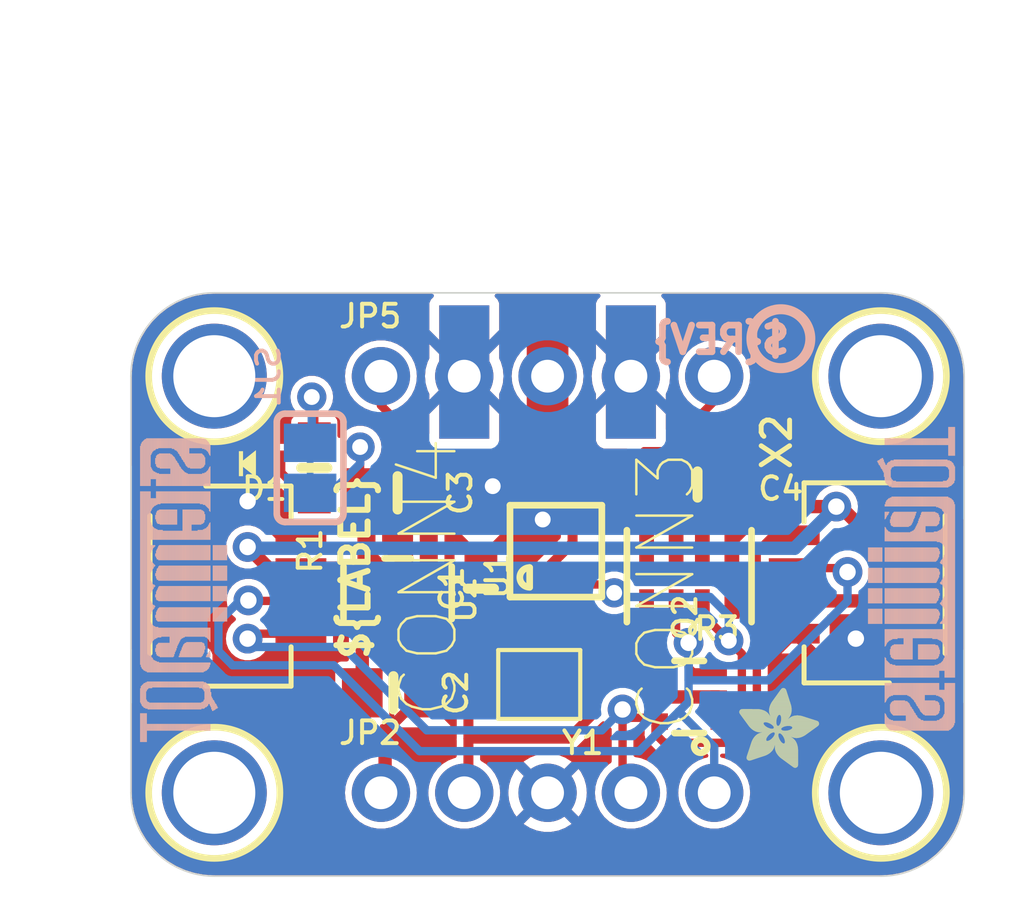
<source format=kicad_pcb>
(kicad_pcb (version 20221018) (generator pcbnew)
  (layers (0 "F.Cu" signal) (31 "B.Cu" signal) (34 "B.Paste" user) (35 "F.Paste" user) (36 "B.SilkS" user "B.Silkscreen") (37 "F.SilkS" user "F.Silkscreen") (38 "B.Mask" user) (39 "F.Mask" user) (44 "Edge.Cuts" user))
  (net 0 "")
  (net 1 "GND")
  (net 2 "SDA")
  (net 3 "SCL")
  (net 4 "SCL_3V")
  (net 5 "SDA_3V")
  (net 6 "3.3V")
  (net 7 "VCC")
  (net 8 "N$1")
  (net 9 "N$2")
  (net 10 "N$3")
  (net 11 "N$4")
  (net 12 "CLK2")
  (net 13 "CLK1")
  (net 14 "CLK0")
  (footprint "working:0603-NO" (layer "F.Cu") (at 153.0731 101.9556)
    (fp_text reference "C4" (at 1.778 0.127) (layer "F.SilkS") (effects (font (size 0.692831 0.692831) (thickness 0.119969)) (justify left)))
    (fp_text value "0.47uF")
    (pad "1" smd rect (at -0.85 0) (size 1.075 1) (layers "F.Cu" "F.Paste" "F.Mask") (net 6 "3.3V"))
    (pad "2" smd rect (at 0.85 0) (size 1.075 1) (layers "F.Cu" "F.Paste" "F.Mask") (net 1 "GND"))
  )
  (footprint "working:JST_SH4" (layer "F.Cu") (at 158.0261 105.0036 90)
    (fp_text reference "CONN3" (at -4.6 -5.9 90) (layer "F.SilkS") (effects (font (size 1.703222 1.703222) (thickness 0.074778)) (justify left)))
    (fp_text value "STEMMA_I2C_QT" hide)
    (pad "1" smd rect (at -1.5 -2.006 180) (size 1.55 0.6) (layers "F.Cu" "F.Paste" "F.Mask") (net 1 "GND"))
    (pad "2" smd rect (at -0.5 -2.006 180) (size 1.55 0.6) (layers "F.Cu" "F.Paste" "F.Mask") (net 7 "VCC"))
    (pad "3" smd rect (at 0.5 -2.006 180) (size 1.55 0.6) (layers "F.Cu" "F.Paste" "F.Mask") (net 2 "SDA"))
    (pad "4" smd rect (at 1.5 -2.006 180) (size 1.55 0.6) (layers "F.Cu" "F.Paste" "F.Mask") (net 3 "SCL"))
    (pad "MT1" smd rect (at -2.8 1.894 180) (size 1.8 1.2) (layers "F.Cu" "F.Paste" "F.Mask") (net 1 "GND"))
    (pad "MT2" smd rect (at 2.8 1.894 180) (size 1.8 1.2) (layers "F.Cu" "F.Paste" "F.Mask") (net 1 "GND"))
  )
  (footprint "working:1X05_ROUND_70" (layer "F.Cu") (at 148.5011 111.3536)
    (fp_text reference "JP2" (at -6.4262 -1.8288) (layer "F.SilkS") (effects (font (size 0.692831 0.692831) (thickness 0.119969)) (justify left)))
    (fp_text value "")
    (pad "1" thru_hole circle (at -5.08 0 90) (size 1.778 1.778) (drill 1) (layers "*.Cu" "*.Mask") (net 7 "VCC"))
    (pad "2" thru_hole circle (at -2.54 0 90) (size 1.778 1.778) (drill 1) (layers "*.Cu" "*.Mask") (net 6 "3.3V"))
    (pad "3" thru_hole circle (at 0 0 90) (size 1.778 1.778) (drill 1) (layers "*.Cu" "*.Mask") (net 1 "GND"))
    (pad "4" thru_hole circle (at 2.54 0 90) (size 1.778 1.778) (drill 1) (layers "*.Cu" "*.Mask") (net 3 "SCL"))
    (pad "5" thru_hole circle (at 5.08 0 90) (size 1.778 1.778) (drill 1) (layers "*.Cu" "*.Mask") (net 2 "SDA"))
  )
  (footprint "working:PLABEL6" (layer "F.Cu") (at 143.2941 100.3046)
    (fp_text reference "PLABEL6" hide)
    (fp_text value "" hide)
  )
  (footprint "working:0805-NO" (layer "F.Cu") (at 143.9291 102.2096)
    (fp_text reference "C3" (at 1.905 -0.762 90) (layer "F.SilkS") (effects (font (size 0.692831 0.692831) (thickness 0.119969)) (justify right)))
    (fp_text value "10uF")
    (pad "1" smd rect (at -0.95 0) (size 1.24 1.5) (layers "F.Cu" "F.Paste" "F.Mask") (net 6 "3.3V"))
    (pad "2" smd rect (at 0.95 0) (size 1.24 1.5) (layers "F.Cu" "F.Paste" "F.Mask") (net 1 "GND"))
  )
  (footprint "working:PLABEL2" (layer "F.Cu") (at 148.5011 113.0046)
    (fp_text reference "PLABEL2" hide)
    (fp_text value "" hide)
  )
  (footprint "working:FIDUCIAL_1MM" (layer "F.Cu") (at 155.8671 97.1296)
    (fp_text reference "FID4" hide)
    (fp_text value "FIDUCIAL_1MM" hide)
    (pad "1" smd roundrect (at 0 0) (size 1 1) (layers "F.Cu" "F.Mask") (roundrect_rratio 0.5))
  )
  (footprint "working:FIDUCIAL_1MM" (layer "F.Cu") (at 140.7541 108.6866)
    (fp_text reference "FID3" hide)
    (fp_text value "FIDUCIAL_1MM" hide)
    (pad "1" smd roundrect (at 0 0) (size 1 1) (layers "F.Cu" "F.Mask") (roundrect_rratio 0.5))
  )
  (footprint "working:PLABEL3" (layer "F.Cu") (at 150.6601 109.7026)
    (fp_text reference "PLABEL3" hide)
    (fp_text value "" hide)
  )
  (footprint "working:1X05_ROUND_70" (layer "F.Cu") (at 148.5011 98.6536)
    (fp_text reference "JP5" (at -6.4262 -1.8288) (layer "F.SilkS") (effects (font (size 0.692831 0.692831) (thickness 0.119969)) (justify left)))
    (fp_text value "")
    (pad "1" thru_hole circle (at -5.08 0 90) (size 1.778 1.778) (drill 1) (layers "*.Cu" "*.Mask") (net 14 "CLK0"))
    (pad "2" thru_hole circle (at -2.54 0 90) (size 1.778 1.778) (drill 1) (layers "*.Cu" "*.Mask") (net 1 "GND"))
    (pad "3" thru_hole circle (at 0 0 90) (size 1.778 1.778) (drill 1) (layers "*.Cu" "*.Mask") (net 13 "CLK1"))
    (pad "4" thru_hole circle (at 2.54 0 90) (size 1.778 1.778) (drill 1) (layers "*.Cu" "*.Mask") (net 1 "GND"))
    (pad "5" thru_hole circle (at 5.08 0 90) (size 1.778 1.778) (drill 1) (layers "*.Cu" "*.Mask") (net 12 "CLK2"))
  )
  (footprint "working:RESPACK_4X0603" (layer "F.Cu") (at 152.8191 104.7496 180)
    (fp_text reference "R3" (at -1.6 -1.6) (layer "F.SilkS") (effects (font (size 0.692831 0.692831) (thickness 0.119969)) (justify right)))
    (fp_text value "10K pack")
    (pad "1" smd rect (at -1.3 0.85 180) (size 0.45 0.9) (layers "F.Cu" "F.Paste" "F.Mask") (net 7 "VCC"))
    (pad "2" smd rect (at -0.4 0.85 180) (size 0.45 0.9) (layers "F.Cu" "F.Paste" "F.Mask") (net 6 "3.3V"))
    (pad "3" smd rect (at 0.4 0.85 180) (size 0.45 0.9) (layers "F.Cu" "F.Paste" "F.Mask") (net 7 "VCC"))
    (pad "4" smd rect (at 1.3 0.85 180) (size 0.45 0.9) (layers "F.Cu" "F.Paste" "F.Mask") (net 6 "3.3V"))
    (pad "5" smd rect (at 1.3 -0.85 180) (size 0.45 0.9) (layers "F.Cu" "F.Paste" "F.Mask") (net 5 "SDA_3V"))
    (pad "6" smd rect (at 0.4 -0.85 180) (size 0.45 0.9) (layers "F.Cu" "F.Paste" "F.Mask") (net 2 "SDA"))
    (pad "7" smd rect (at -0.4 -0.85 180) (size 0.45 0.9) (layers "F.Cu" "F.Paste" "F.Mask") (net 4 "SCL_3V"))
    (pad "8" smd rect (at -1.3 -0.85 180) (size 0.45 0.9) (layers "F.Cu" "F.Paste" "F.Mask") (net 3 "SCL"))
  )
  (footprint "working:SMA_EDGELAUNCH" (layer "F.Cu") (at 148.5011 96.4946 -90)
    (fp_text reference "X2" (at 5.08 -6.985 90) (layer "F.SilkS") (effects (font (size 0.866038 0.866038) (thickness 0.149962)) (justify left)))
    (fp_text value "SMA")
    (fp_text user "${LABEL}" (at 5.08 6.35 -90) (layer "F.SilkS") (effects (font (size 0.83312 0.83312) (thickness 0.18288)) (justify right top)))
    (pad "GND@1" smd rect (at 2.032 2.54) (size 1.524 4.064) (layers "F.Cu" "F.Mask") (net 1 "GND"))
    (pad "GND@2" smd rect (at 2.032 -2.54) (size 1.524 4.064) (layers "F.Cu" "F.Mask") (net 1 "GND"))
    (pad "GND@3" smd rect (at 2.032 -2.54) (size 1.524 4.064) (layers "B.Cu" "B.Mask") (net 1 "GND"))
    (pad "GND@4" smd rect (at 2.032 2.54) (size 1.524 4.064) (layers "B.Cu" "B.Mask") (net 1 "GND"))
    (pad "P" smd rect (at 2.032 0) (size 1.27 4.064) (layers "F.Cu" "F.Mask") (net 13 "CLK1"))
  )
  (footprint "working:PLABEL9" (layer "F.Cu") (at 150.7871 101.3206)
    (fp_text reference "PLABEL9" hide)
    (fp_text value "" hide)
  )
  (footprint "working:MOUNTINGHOLE_2.5_PLATED" (layer "F.Cu") (at 138.3411 111.3536)
    (fp_text reference "U$19" hide)
    (fp_text value "MOUNTINGHOLE2.5" hide)
    (pad "P$1" thru_hole circle (at 0 0) (size 3.2 3.2) (drill 2.5) (layers "*.Cu" "*.Mask"))
    (zone (net 0) (net_name "") (layer "F.Cu") (connect_pads (clearance 0)) (min_thickness 0.25)
      (keepout (tracks not_allowed) (vias not_allowed) (pads not_allowed) (copperpour not_allowed) (footprints allowed))
      (fill (thermal_gap 0.5) (thermal_bridge_width 0.5))
      (polygon (pts (xy 140.3571 111.3536) (xy 140.33748 111.073027) (xy 140.279004 110.797915) (xy 140.182808 110.533619) (xy 140.050765 110.285283) (xy 139.885446 110.05774) (xy 139.690067 109.85542) (xy 139.468433 109.68226) (xy 139.224856 109.541631) (xy 138.964078 109.43627) (xy 138.691175 109.368228) (xy 138.411457 109.338828) (xy 138.130371 109.348644) (xy 137.853385 109.397484) (xy 137.585893 109.484397) (xy 137.3331 109.607693) (xy 137.099926 109.76497) (xy 136.890911 109.953169) (xy 136.710122 110.168625) (xy 136.561078 110.407145) (xy 136.44668 110.664087) (xy 136.369154 110.93445) (xy 136.330011 111.212971) (xy 136.330011 111.494229) (xy 136.369154 111.77275) (xy 136.44668 112.043113) (xy 136.561078 112.300055) (xy 136.710122 112.538575) (xy 136.890911 112.754031) (xy 137.099926 112.94223) (xy 137.3331 113.099507) (xy 137.585893 113.222803) (xy 137.853385 113.309716) (xy 138.130371 113.358556) (xy 138.411457 113.368372) (xy 138.691175 113.338972) (xy 138.964078 113.27093) (xy 139.224856 113.165569) (xy 139.468433 113.02494) (xy 139.690067 112.85178) (xy 139.885446 112.64946) (xy 140.050765 112.421917) (xy 140.182808 112.173581) (xy 140.279004 111.909285) (xy 140.33748 111.634173)))
      (polygon (pts (xy 138.3251 111.3536) (xy 138.329786 111.364914) (xy 138.3411 111.3696) (xy 138.352414 111.364914) (xy 138.3571 111.3536) (xy 138.352414 111.342286) (xy 138.3411 111.3376) (xy 138.329786 111.342286)))
    )
    (zone (net 0) (net_name "") (layer "B.Cu") (connect_pads (clearance 0)) (min_thickness 0.25)
      (keepout (tracks not_allowed) (vias not_allowed) (pads not_allowed) (copperpour not_allowed) (footprints allowed))
      (fill (thermal_gap 0.5) (thermal_bridge_width 0.5))
      (polygon (pts (xy 140.3571 111.3536) (xy 140.33748 111.073027) (xy 140.279004 110.797915) (xy 140.182808 110.533619) (xy 140.050765 110.285283) (xy 139.885446 110.05774) (xy 139.690067 109.85542) (xy 139.468433 109.68226) (xy 139.224856 109.541631) (xy 138.964078 109.43627) (xy 138.691175 109.368228) (xy 138.411457 109.338828) (xy 138.130371 109.348644) (xy 137.853385 109.397484) (xy 137.585893 109.484397) (xy 137.3331 109.607693) (xy 137.099926 109.76497) (xy 136.890911 109.953169) (xy 136.710122 110.168625) (xy 136.561078 110.407145) (xy 136.44668 110.664087) (xy 136.369154 110.93445) (xy 136.330011 111.212971) (xy 136.330011 111.494229) (xy 136.369154 111.77275) (xy 136.44668 112.043113) (xy 136.561078 112.300055) (xy 136.710122 112.538575) (xy 136.890911 112.754031) (xy 137.099926 112.94223) (xy 137.3331 113.099507) (xy 137.585893 113.222803) (xy 137.853385 113.309716) (xy 138.130371 113.358556) (xy 138.411457 113.368372) (xy 138.691175 113.338972) (xy 138.964078 113.27093) (xy 139.224856 113.165569) (xy 139.468433 113.02494) (xy 139.690067 112.85178) (xy 139.885446 112.64946) (xy 140.050765 112.421917) (xy 140.182808 112.173581) (xy 140.279004 111.909285) (xy 140.33748 111.634173)))
      (polygon (pts (xy 138.3251 111.3536) (xy 138.329786 111.364914) (xy 138.3411 111.3696) (xy 138.352414 111.364914) (xy 138.3571 111.3536) (xy 138.352414 111.342286) (xy 138.3411 111.3376) (xy 138.329786 111.342286)))
    )
  )
  (footprint "working:SOT363" (layer "F.Cu") (at 152.8191 108.4326 90)
    (fp_text reference "Q2" (at 1.651 -0.127 90) (layer "F.SilkS") (effects (font (size 0.692831 0.692831) (thickness 0.119969)) (justify left)))
    (fp_text value "BSS138")
    (pad "1" smd rect (at -0.75 0.9 90) (size 0.5 0.5) (layers "F.Cu" "F.Paste" "F.Mask") (net 4 "SCL_3V"))
    (pad "2" smd rect (at 0 0.9 90) (size 0.4 0.5) (layers "F.Cu" "F.Paste" "F.Mask") (net 6 "3.3V"))
    (pad "3" smd rect (at 0.75 0.9 90) (size 0.5 0.5) (layers "F.Cu" "F.Paste" "F.Mask") (net 2 "SDA"))
    (pad "4" smd rect (at 0.75 -0.9 90) (size 0.5 0.5) (layers "F.Cu" "F.Paste" "F.Mask") (net 5 "SDA_3V"))
    (pad "5" smd rect (at 0 -0.9 90) (size 0.4 0.5) (layers "F.Cu" "F.Paste" "F.Mask") (net 6 "3.3V"))
    (pad "6" smd rect (at -0.75 -0.9 90) (size 0.5 0.5) (layers "F.Cu" "F.Paste" "F.Mask") (net 3 "SCL"))
  )
  (footprint "working:PLABEL7" (layer "F.Cu") (at 153.4541 100.4316)
    (fp_text reference "PLABEL7" hide)
    (fp_text value "" hide)
  )
  (footprint "working:0805-NO" (layer "F.Cu") (at 143.8021 108.3056)
    (fp_text reference "C2" (at 1.905 -0.762 90) (layer "F.SilkS") (effects (font (size 0.692831 0.692831) (thickness 0.119969)) (justify right)))
    (fp_text value "10uF")
    (pad "1" smd rect (at -0.95 0) (size 1.24 1.5) (layers "F.Cu" "F.Paste" "F.Mask") (net 7 "VCC"))
    (pad "2" smd rect (at 0.95 0) (size 1.24 1.5) (layers "F.Cu" "F.Paste" "F.Mask") (net 1 "GND"))
  )
  (footprint "working:0603-NO" (layer "F.Cu") (at 141.3891 101.4476 -90)
    (fp_text reference "R1" (at 1.778 0.127 90) (layer "F.SilkS") (effects (font (size 0.692831 0.692831) (thickness 0.119969)) (justify right)))
    (fp_text value "10K")
    (pad "1" smd rect (at -0.85 0 270) (size 1.075 1) (layers "F.Cu" "F.Paste" "F.Mask") (net 9 "N$2"))
    (pad "2" smd rect (at 0.85 0 270) (size 1.075 1) (layers "F.Cu" "F.Paste" "F.Mask") (net 8 "N$1"))
  )
  (footprint "working:0603-NO" (layer "F.Cu") (at 146.4691 105.1306 90)
    (fp_text reference "C1" (at -0.762 -0.889 90) (layer "F.SilkS") (effects (font (size 0.692831 0.692831) (thickness 0.119969)) (justify left)))
    (fp_text value "0.47uF")
    (pad "1" smd rect (at -0.85 0 90) (size 1.075 1) (layers "F.Cu" "F.Paste" "F.Mask") (net 6 "3.3V"))
    (pad "2" smd rect (at 0.85 0 90) (size 1.075 1) (layers "F.Cu" "F.Paste" "F.Mask") (net 1 "GND"))
  )
  (footprint "working:MSOP10" (layer "F.Cu") (at 148.7551 103.9876)
    (fp_text reference "U1" (at -1.778 1.524 90) (layer "F.SilkS") (effects (font (size 0.692831 0.692831) (thickness 0.119969)) (justify left)))
    (fp_text value "Si5351A-B-GT")
    (pad "1" smd rect (at -1 2.1131) (size 0.25 1) (layers "F.Cu" "F.Paste" "F.Mask") (net 6 "3.3V"))
    (pad "2" smd rect (at -0.5 2.1131) (size 0.25 1) (layers "F.Cu" "F.Paste" "F.Mask") (net 11 "N$4"))
    (pad "3" smd rect (at 0 2.1131) (size 0.25 1) (layers "F.Cu" "F.Paste" "F.Mask") (net 10 "N$3"))
    (pad "4" smd rect (at 0.5 2.1131) (size 0.25 1) (layers "F.Cu" "F.Paste" "F.Mask") (net 4 "SCL_3V"))
    (pad "5" smd rect (at 1 2.1131) (size 0.25 1) (layers "F.Cu" "F.Paste" "F.Mask") (net 5 "SDA_3V"))
    (pad "6" smd rect (at 1 -2.1131 180) (size 0.25 1) (layers "F.Cu" "F.Paste" "F.Mask") (net 12 "CLK2"))
    (pad "7" smd rect (at 0.5 -2.1131 180) (size 0.25 1) (layers "F.Cu" "F.Paste" "F.Mask") (net 6 "3.3V"))
    (pad "8" smd rect (at 0 -2.1131 180) (size 0.25 1) (layers "F.Cu" "F.Paste" "F.Mask") (net 1 "GND"))
    (pad "9" smd rect (at -0.5 -2.1131 180) (size 0.25 1) (layers "F.Cu" "F.Paste" "F.Mask") (net 13 "CLK1"))
    (pad "10" smd rect (at -1 -2.1131 180) (size 0.25 1) (layers "F.Cu" "F.Paste" "F.Mask") (net 14 "CLK0"))
  )
  (footprint "working:PLABEL5" (layer "F.Cu") (at 135.9281 101.4476)
    (fp_text reference "PLABEL5" hide)
    (fp_text value "" hide)
  )
  (footprint "working:PLABEL8" (layer "F.Cu") (at 146.2151 101.3206)
    (fp_text reference "PLABEL8" hide)
    (fp_text value "" hide)
  )
  (footprint "working:ADAFRUIT_2.5MM" (layer "F.Cu") (at 154.3431 110.5916)
    (fp_text reference "U$9" hide)
    (fp_text value "" hide)
  )
  (footprint "working:CRYSTAL_2X1.6" (layer "F.Cu") (at 148.2471 108.0516 180)
    (fp_text reference "Y1" (at -2.032 -1.778) (layer "F.SilkS") (effects (font (size 0.692831 0.692831) (thickness 0.119969)) (justify right)))
    (fp_text value "25MHz - Seiko Q22FA1280056900")
    (pad "1" smd rect (at -0.675 0.5 180) (size 0.75 0.7) (layers "F.Cu" "F.Paste" "F.Mask") (net 10 "N$3"))
    (pad "2" smd rect (at 0.675 0.5 180) (size 0.75 0.7) (layers "F.Cu" "F.Paste" "F.Mask"))
    (pad "3" smd rect (at 0.675 -0.5 180) (size 0.75 0.7) (layers "F.Cu" "F.Paste" "F.Mask") (net 11 "N$4"))
    (pad "4" smd rect (at -0.675 -0.5 180) (size 0.75 0.7) (layers "F.Cu" "F.Paste" "F.Mask"))
  )
  (footprint "working:MOUNTINGHOLE_2.5_PLATED" (layer "F.Cu") (at 138.3411 98.6536)
    (fp_text reference "U$1" hide)
    (fp_text value "MOUNTINGHOLE2.5" hide)
    (pad "P$1" thru_hole circle (at 0 0) (size 3.2 3.2) (drill 2.5) (layers "*.Cu" "*.Mask"))
    (zone (net 0) (net_name "") (layer "F.Cu") (connect_pads (clearance 0)) (min_thickness 0.25)
      (keepout (tracks not_allowed) (vias not_allowed) (pads not_allowed) (copperpour not_allowed) (footprints allowed))
      (fill (thermal_gap 0.5) (thermal_bridge_width 0.5))
      (polygon (pts (xy 140.3571 98.6536) (xy 140.33748 98.373027) (xy 140.279004 98.097915) (xy 140.182808 97.833619) (xy 140.050765 97.585283) (xy 139.885446 97.35774) (xy 139.690067 97.15542) (xy 139.468433 96.98226) (xy 139.224856 96.841631) (xy 138.964078 96.73627) (xy 138.691175 96.668228) (xy 138.411457 96.638828) (xy 138.130371 96.648644) (xy 137.853385 96.697484) (xy 137.585893 96.784397) (xy 137.3331 96.907693) (xy 137.099926 97.06497) (xy 136.890911 97.253169) (xy 136.710122 97.468625) (xy 136.561078 97.707145) (xy 136.44668 97.964087) (xy 136.369154 98.23445) (xy 136.330011 98.512971) (xy 136.330011 98.794229) (xy 136.369154 99.07275) (xy 136.44668 99.343113) (xy 136.561078 99.600055) (xy 136.710122 99.838575) (xy 136.890911 100.054031) (xy 137.099926 100.24223) (xy 137.3331 100.399507) (xy 137.585893 100.522803) (xy 137.853385 100.609716) (xy 138.130371 100.658556) (xy 138.411457 100.668372) (xy 138.691175 100.638972) (xy 138.964078 100.57093) (xy 139.224856 100.465569) (xy 139.468433 100.32494) (xy 139.690067 100.15178) (xy 139.885446 99.94946) (xy 140.050765 99.721917) (xy 140.182808 99.473581) (xy 140.279004 99.209285) (xy 140.33748 98.934173)))
      (polygon (pts (xy 138.3251 98.6536) (xy 138.329786 98.664914) (xy 138.3411 98.6696) (xy 138.352414 98.664914) (xy 138.3571 98.6536) (xy 138.352414 98.642286) (xy 138.3411 98.6376) (xy 138.329786 98.642286)))
    )
    (zone (net 0) (net_name "") (layer "B.Cu") (connect_pads (clearance 0)) (min_thickness 0.25)
      (keepout (tracks not_allowed) (vias not_allowed) (pads not_allowed) (copperpour not_allowed) (footprints allowed))
      (fill (thermal_gap 0.5) (thermal_bridge_width 0.5))
      (polygon (pts (xy 140.3571 98.6536) (xy 140.33748 98.373027) (xy 140.279004 98.097915) (xy 140.182808 97.833619) (xy 140.050765 97.585283) (xy 139.885446 97.35774) (xy 139.690067 97.15542) (xy 139.468433 96.98226) (xy 139.224856 96.841631) (xy 138.964078 96.73627) (xy 138.691175 96.668228) (xy 138.411457 96.638828) (xy 138.130371 96.648644) (xy 137.853385 96.697484) (xy 137.585893 96.784397) (xy 137.3331 96.907693) (xy 137.099926 97.06497) (xy 136.890911 97.253169) (xy 136.710122 97.468625) (xy 136.561078 97.707145) (xy 136.44668 97.964087) (xy 136.369154 98.23445) (xy 136.330011 98.512971) (xy 136.330011 98.794229) (xy 136.369154 99.07275) (xy 136.44668 99.343113) (xy 136.561078 99.600055) (xy 136.710122 99.838575) (xy 136.890911 100.054031) (xy 137.099926 100.24223) (xy 137.3331 100.399507) (xy 137.585893 100.522803) (xy 137.853385 100.609716) (xy 138.130371 100.658556) (xy 138.411457 100.668372) (xy 138.691175 100.638972) (xy 138.964078 100.57093) (xy 139.224856 100.465569) (xy 139.468433 100.32494) (xy 139.690067 100.15178) (xy 139.885446 99.94946) (xy 140.050765 99.721917) (xy 140.182808 99.473581) (xy 140.279004 99.209285) (xy 140.33748 98.934173)))
      (polygon (pts (xy 138.3251 98.6536) (xy 138.329786 98.664914) (xy 138.3411 98.6696) (xy 138.352414 98.664914) (xy 138.3571 98.6536) (xy 138.352414 98.642286) (xy 138.3411 98.6376) (xy 138.329786 98.642286)))
    )
  )
  (footprint "working:PLABEL4" (layer "F.Cu") (at 153.7081 113.0046)
    (fp_text reference "PLABEL4" hide)
    (fp_text value "" hide)
  )
  (footprint "working:MOUNTINGHOLE_2.5_PLATED" (layer "F.Cu") (at 158.6611 98.6536)
    (fp_text reference "U$17" hide)
    (fp_text value "MOUNTINGHOLE2.5" hide)
    (pad "P$1" thru_hole circle (at 0 0) (size 3.2 3.2) (drill 2.5) (layers "*.Cu" "*.Mask"))
    (zone (net 0) (net_name "") (layer "F.Cu") (connect_pads (clearance 0)) (min_thickness 0.25)
      (keepout (tracks not_allowed) (vias not_allowed) (pads not_allowed) (copperpour not_allowed) (footprints allowed))
      (fill (thermal_gap 0.5) (thermal_bridge_width 0.5))
      (polygon (pts (xy 160.6771 98.6536) (xy 160.65748 98.373027) (xy 160.599004 98.097915) (xy 160.502808 97.833619) (xy 160.370765 97.585283) (xy 160.205446 97.35774) (xy 160.010067 97.15542) (xy 159.788433 96.98226) (xy 159.544856 96.841631) (xy 159.284078 96.73627) (xy 159.011175 96.668228) (xy 158.731457 96.638828) (xy 158.450371 96.648644) (xy 158.173385 96.697484) (xy 157.905893 96.784397) (xy 157.6531 96.907693) (xy 157.419926 97.06497) (xy 157.210911 97.253169) (xy 157.030122 97.468625) (xy 156.881078 97.707145) (xy 156.76668 97.964087) (xy 156.689154 98.23445) (xy 156.650011 98.512971) (xy 156.650011 98.794229) (xy 156.689154 99.07275) (xy 156.76668 99.343113) (xy 156.881078 99.600055) (xy 157.030122 99.838575) (xy 157.210911 100.054031) (xy 157.419926 100.24223) (xy 157.6531 100.399507) (xy 157.905893 100.522803) (xy 158.173385 100.609716) (xy 158.450371 100.658556) (xy 158.731457 100.668372) (xy 159.011175 100.638972) (xy 159.284078 100.57093) (xy 159.544856 100.465569) (xy 159.788433 100.32494) (xy 160.010067 100.15178) (xy 160.205446 99.94946) (xy 160.370765 99.721917) (xy 160.502808 99.473581) (xy 160.599004 99.209285) (xy 160.65748 98.934173)))
      (polygon (pts (xy 158.6451 98.6536) (xy 158.649786 98.664914) (xy 158.6611 98.6696) (xy 158.672414 98.664914) (xy 158.6771 98.6536) (xy 158.672414 98.642286) (xy 158.6611 98.6376) (xy 158.649786 98.642286)))
    )
    (zone (net 0) (net_name "") (layer "B.Cu") (connect_pads (clearance 0)) (min_thickness 0.25)
      (keepout (tracks not_allowed) (vias not_allowed) (pads not_allowed) (copperpour not_allowed) (footprints allowed))
      (fill (thermal_gap 0.5) (thermal_bridge_width 0.5))
      (polygon (pts (xy 160.6771 98.6536) (xy 160.65748 98.373027) (xy 160.599004 98.097915) (xy 160.502808 97.833619) (xy 160.370765 97.585283) (xy 160.205446 97.35774) (xy 160.010067 97.15542) (xy 159.788433 96.98226) (xy 159.544856 96.841631) (xy 159.284078 96.73627) (xy 159.011175 96.668228) (xy 158.731457 96.638828) (xy 158.450371 96.648644) (xy 158.173385 96.697484) (xy 157.905893 96.784397) (xy 157.6531 96.907693) (xy 157.419926 97.06497) (xy 157.210911 97.253169) (xy 157.030122 97.468625) (xy 156.881078 97.707145) (xy 156.76668 97.964087) (xy 156.689154 98.23445) (xy 156.650011 98.512971) (xy 156.650011 98.794229) (xy 156.689154 99.07275) (xy 156.76668 99.343113) (xy 156.881078 99.600055) (xy 157.030122 99.838575) (xy 157.210911 100.054031) (xy 157.419926 100.24223) (xy 157.6531 100.399507) (xy 157.905893 100.522803) (xy 158.173385 100.609716) (xy 158.450371 100.658556) (xy 158.731457 100.668372) (xy 159.011175 100.638972) (xy 159.284078 100.57093) (xy 159.544856 100.465569) (xy 159.788433 100.32494) (xy 160.010067 100.15178) (xy 160.205446 99.94946) (xy 160.370765 99.721917) (xy 160.502808 99.473581) (xy 160.599004 99.209285) (xy 160.65748 98.934173)))
      (polygon (pts (xy 158.6451 98.6536) (xy 158.649786 98.664914) (xy 158.6611 98.6696) (xy 158.672414 98.664914) (xy 158.6771 98.6536) (xy 158.672414 98.642286) (xy 158.6611 98.6376) (xy 158.649786 98.642286)))
    )
  )
  (footprint "working:MOUNTINGHOLE_2.5_PLATED" (layer "F.Cu") (at 158.6611 111.3536)
    (fp_text reference "U$21" hide)
    (fp_text value "MOUNTINGHOLE2.5" hide)
    (pad "P$1" thru_hole circle (at 0 0) (size 3.2 3.2) (drill 2.5) (layers "*.Cu" "*.Mask"))
    (zone (net 0) (net_name "") (layer "F.Cu") (connect_pads (clearance 0)) (min_thickness 0.25)
      (keepout (tracks not_allowed) (vias not_allowed) (pads not_allowed) (copperpour not_allowed) (footprints allowed))
      (fill (thermal_gap 0.5) (thermal_bridge_width 0.5))
      (polygon (pts (xy 160.6771 111.3536) (xy 160.65748 111.073027) (xy 160.599004 110.797915) (xy 160.502808 110.533619) (xy 160.370765 110.285283) (xy 160.205446 110.05774) (xy 160.010067 109.85542) (xy 159.788433 109.68226) (xy 159.544856 109.541631) (xy 159.284078 109.43627) (xy 159.011175 109.368228) (xy 158.731457 109.338828) (xy 158.450371 109.348644) (xy 158.173385 109.397484) (xy 157.905893 109.484397) (xy 157.6531 109.607693) (xy 157.419926 109.76497) (xy 157.210911 109.953169) (xy 157.030122 110.168625) (xy 156.881078 110.407145) (xy 156.76668 110.664087) (xy 156.689154 110.93445) (xy 156.650011 111.212971) (xy 156.650011 111.494229) (xy 156.689154 111.77275) (xy 156.76668 112.043113) (xy 156.881078 112.300055) (xy 157.030122 112.538575) (xy 157.210911 112.754031) (xy 157.419926 112.94223) (xy 157.6531 113.099507) (xy 157.905893 113.222803) (xy 158.173385 113.309716) (xy 158.450371 113.358556) (xy 158.731457 113.368372) (xy 159.011175 113.338972) (xy 159.284078 113.27093) (xy 159.544856 113.165569) (xy 159.788433 113.02494) (xy 160.010067 112.85178) (xy 160.205446 112.64946) (xy 160.370765 112.421917) (xy 160.502808 112.173581) (xy 160.599004 111.909285) (xy 160.65748 111.634173)))
      (polygon (pts (xy 158.6451 111.3536) (xy 158.649786 111.364914) (xy 158.6611 111.3696) (xy 158.672414 111.364914) (xy 158.6771 111.3536) (xy 158.672414 111.342286) (xy 158.6611 111.3376) (xy 158.649786 111.342286)))
    )
    (zone (net 0) (net_name "") (layer "B.Cu") (connect_pads (clearance 0)) (min_thickness 0.25)
      (keepout (tracks not_allowed) (vias not_allowed) (pads not_allowed) (copperpour not_allowed) (footprints allowed))
      (fill (thermal_gap 0.5) (thermal_bridge_width 0.5))
      (polygon (pts (xy 160.6771 111.3536) (xy 160.65748 111.073027) (xy 160.599004 110.797915) (xy 160.502808 110.533619) (xy 160.370765 110.285283) (xy 160.205446 110.05774) (xy 160.010067 109.85542) (xy 159.788433 109.68226) (xy 159.544856 109.541631) (xy 159.284078 109.43627) (xy 159.011175 109.368228) (xy 158.731457 109.338828) (xy 158.450371 109.348644) (xy 158.173385 109.397484) (xy 157.905893 109.484397) (xy 157.6531 109.607693) (xy 157.419926 109.76497) (xy 157.210911 109.953169) (xy 157.030122 110.168625) (xy 156.881078 110.407145) (xy 156.76668 110.664087) (xy 156.689154 110.93445) (xy 156.650011 111.212971) (xy 156.650011 111.494229) (xy 156.689154 111.77275) (xy 156.76668 112.043113) (xy 156.881078 112.300055) (xy 157.030122 112.538575) (xy 157.210911 112.754031) (xy 157.419926 112.94223) (xy 157.6531 113.099507) (xy 157.905893 113.222803) (xy 158.173385 113.309716) (xy 158.450371 113.358556) (xy 158.731457 113.368372) (xy 159.011175 113.338972) (xy 159.284078 113.27093) (xy 159.544856 113.165569) (xy 159.788433 113.02494) (xy 160.010067 112.85178) (xy 160.205446 112.64946) (xy 160.370765 112.421917) (xy 160.502808 112.173581) (xy 160.599004 111.909285) (xy 160.65748 111.634173)))
      (polygon (pts (xy 158.6451 111.3536) (xy 158.649786 111.364914) (xy 158.6611 111.3696) (xy 158.672414 111.364914) (xy 158.6771 111.3536) (xy 158.672414 111.342286) (xy 158.6611 111.3376) (xy 158.649786 111.342286)))
    )
  )
  (footprint "working:PLABEL1" (layer "F.Cu") (at 145.9611 109.7026)
    (fp_text reference "PLABEL1" hide)
    (fp_text value "" hide)
  )
  (footprint "working:CHIPLED_0603_NOOUTLINE" (layer "F.Cu") (at 139.3571 101.3206 90)
    (fp_text reference "D1" (at -0.762 1.27) (layer "F.SilkS") (effects (font (size 0.692831 0.692831) (thickness 0.119969)) (justify right)))
    (fp_text value "GREEN")
    (pad "A" smd rect (at 0 0.75 90) (size 0.8 0.8) (layers "F.Cu" "F.Paste" "F.Mask") (net 8 "N$1"))
    (pad "C" smd rect (at 0 -0.75 90) (size 0.8 0.8) (layers "F.Cu" "F.Paste" "F.Mask") (net 1 "GND"))
  )
  (footprint "working:JST_SH4" (layer "F.Cu") (at 138.9761 105.0036 -90)
    (fp_text reference "CONN4" (at -4.6 -5.9 90) (layer "F.SilkS") (effects (font (size 1.703222 1.703222) (thickness 0.074778)) (justify right)))
    (fp_text value "STEMMA_I2C_QT" hide)
    (pad "1" smd rect (at -1.5 -2.006) (size 1.55 0.6) (layers "F.Cu" "F.Paste" "F.Mask") (net 1 "GND"))
    (pad "2" smd rect (at -0.5 -2.006) (size 1.55 0.6) (layers "F.Cu" "F.Paste" "F.Mask") (net 7 "VCC"))
    (pad "3" smd rect (at 0.5 -2.006) (size 1.55 0.6) (layers "F.Cu" "F.Paste" "F.Mask") (net 2 "SDA"))
    (pad "4" smd rect (at 1.5 -2.006) (size 1.55 0.6) (layers "F.Cu" "F.Paste" "F.Mask") (net 3 "SCL"))
    (pad "MT1" smd rect (at -2.8 1.894) (size 1.8 1.2) (layers "F.Cu" "F.Paste" "F.Mask") (net 1 "GND"))
    (pad "MT2" smd rect (at 2.8 1.894) (size 1.8 1.2) (layers "F.Cu" "F.Paste" "F.Mask") (net 1 "GND"))
  )
  (footprint "working:PLABEL0" (layer "F.Cu") (at 143.2941 113.0046)
    (fp_text reference "PLABEL0" hide)
    (fp_text value "" hide)
  )
  (footprint "working:SOT23-5" (layer "F.Cu") (at 143.9291 105.2576)
    (fp_text reference "U2" (at 2.032 -0.562 90) (layer "F.SilkS") (effects (font (size 0.692831 0.692831) (thickness 0.119969)) (justify right)))
    (fp_text value "AP2127K-3.3")
    (pad "1" smd rect (at -0.95 1.3001) (size 0.55 1.2) (layers "F.Cu" "F.Paste" "F.Mask") (net 7 "VCC"))
    (pad "2" smd rect (at 0 1.3001) (size 0.55 1.2) (layers "F.Cu" "F.Paste" "F.Mask") (net 1 "GND"))
    (pad "3" smd rect (at 0.95 1.3001) (size 0.55 1.2) (layers "F.Cu" "F.Paste" "F.Mask") (net 7 "VCC"))
    (pad "4" smd rect (at 0.95 -1.3001) (size 0.55 1.2) (layers "F.Cu" "F.Paste" "F.Mask"))
    (pad "5" smd rect (at -0.95 -1.3001) (size 0.55 1.2) (layers "F.Cu" "F.Paste" "F.Mask") (net 6 "3.3V"))
  )
  (footprint "working:PLABEL11" (layer "B.Cu") (at 148.5011 112.8776 180)
    (fp_text reference "PLABEL11" hide)
    (fp_text value "" hide)
  )
  (footprint "working:PLABEL17" (layer "B.Cu") (at 145.9611 101.3206 180)
    (fp_text reference "PLABEL17" hide)
    (fp_text value "" hide)
  )
  (footprint "working:PLABEL15" (layer "B.Cu") (at 151.0411 101.3206 180)
    (fp_text reference "PLABEL15" hide)
    (fp_text value "" hide)
  )
  (footprint "working:PLABEL18" (layer "B.Cu") (at 143.4211 100.6856 180)
    (fp_text reference "PLABEL18" hide)
    (fp_text value "" hide)
  )
  (footprint "working:PLABEL14" (layer "B.Cu") (at 153.5811 100.6856 180)
    (fp_text reference "PLABEL14" hide)
    (fp_text value "" hide)
  )
  (footprint "working:PLABEL10" (layer "B.Cu") (at 148.2471 105.7656 180)
    (fp_text reference "PLABEL10" hide)
    (fp_text value "" hide)
  )
  (footprint "working:STEMMAQT" (layer "B.Cu") (at 138.7221 100.5586 -90)
    (fp_text reference "U$31" hide)
    (fp_text value "" hide)
  )
  (footprint "working:PCBFEAT-REV-040" (layer "B.Cu") (at 155.6131 97.5106 180)
    (fp_text reference "U$25" hide)
    (fp_text value "" hide)
    (fp_text user "${REV}" (at -0.3556 -0.508) (layer "B.SilkS") (effects (font (size 0.8128 0.8128) (thickness 0.2032)) (justify left bottom mirror)))
  )
  (footprint "working:PLABEL16" (layer "B.Cu") (at 148.5011 100.6856 180)
    (fp_text reference "PLABEL16" hide)
    (fp_text value "" hide)
  )
  (footprint "working:SOLDERJUMPER_CLOSEDWIRE" (layer "B.Cu") (at 141.2621 101.4476 -90)
    (fp_text reference "SJ1" (at -1.778 1.27 -270) (layer "B.SilkS") (effects (font (size 0.692831 0.692831) (thickness 0.119969)) (justify right mirror)))
    (fp_text value "")
    (pad "1" smd rect (at -0.762 0 270) (size 1.1684 1.6002) (layers "B.Cu") (net 9 "N$2"))
    (pad "2" smd rect (at 0.762 0 270) (size 1.1684 1.6002) (layers "B.Cu") (net 6 "3.3V"))
    (pad "WIRE" smd rect (at 0 0 90) (size 0.635 0.2032) (layers "B.Cu"))
  )
  (footprint "working:PLABEL12" (layer "B.Cu") (at 141.2621 97.7646 90)
    (fp_text reference "PLABEL12" hide)
    (fp_text value "" hide)
  )
  (footprint "working:PLABEL13" (layer "B.Cu") (at 148.2471 109.7026 180)
    (fp_text reference "PLABEL13" hide)
    (fp_text value "" hide)
  )
  (footprint "working:STEMMAQT" (layer "B.Cu") (at 158.2801 109.4486 90)
    (fp_text reference "U$30" hide)
    (fp_text value "" hide)
  )
  (gr_arc (start 135.8011 98.6536) (mid 136.545049 96.857549) (end 138.3411 96.1136) (stroke (width 0.05)) (layer "Edge.Cuts"))
  (gr_arc (start 161.2011 111.3536) (mid 160.457151 113.149651) (end 158.6611 113.8936) (stroke (width 0.05)) (layer "Edge.Cuts"))
  (gr_line (start 161.2011 111.3536) (end 161.2011 98.6536) (stroke (width 0.05)) (layer "Edge.Cuts"))
  (gr_arc (start 138.3411 113.8936) (mid 136.545049 113.149651) (end 135.8011 111.3536) (stroke (width 0.05)) (layer "Edge.Cuts"))
  (gr_line (start 158.6611 96.1136) (end 138.3411 96.1136) (stroke (width 0.05)) (layer "Edge.Cuts"))
  (gr_arc (start 158.6611 96.1136) (mid 160.457151 96.857549) (end 161.2011 98.6536) (stroke (width 0.05)) (layer "Edge.Cuts"))
  (gr_line (start 135.8011 98.6536) (end 135.8011 111.3536) (stroke (width 0.05)) (layer "Edge.Cuts"))
  (gr_line (start 138.3411 113.8936) (end 158.6611 113.8936) (stroke (width 0.05)) (layer "Edge.Cuts"))
  (segment (start 140.9821 103.5036) (end 140.3971 103.5036) (width 0.4064) (layer "F.Cu") (net 1))
  (segment (start 144.1831 106.8117) (end 144.1831 107.7366) (width 0.4064) (layer "F.Cu") (net 1))
  (segment (start 145.9611 98.1456) (end 146.2151 97.8916) (width 0.3048) (layer "F.Cu") (net 1))
  (segment (start 144.7521 108.3056) (end 144.1831 107.7366) (width 0.4064) (layer "F.Cu") (net 1))
  (segment (start 145.9611 98.5266) (end 145.9611 98.1456) (width 0.3048) (layer "F.Cu") (net 1))
  (segment (start 146.2151 98.2726) (end 145.9611 98.5266) (width 0.3048) (layer "F.Cu") (net 1))
  (segment (start 140.3971 103.5036) (end 139.3571 102.4636) (width 0.4064) (layer "F.Cu") (net 1))
  (segment (start 143.9291 106.5577) (end 144.1831 106.8117) (width 0.4064) (layer "F.Cu") (net 1))
  (segment (start 146.2151 97.8916) (end 146.2151 98.2726) (width 0.3048) (layer "F.Cu") (net 1))
  (segment (start 151.0411 98.5266) (end 151.0411 98.6536) (width 0.3048) (layer "F.Cu") (net 1))
  (via (at 139.3571 102.4636) (size 0.9064) (drill 0.5) (layers "F.Cu" "B.Cu") (net 1))
  (via (at 157.8991 106.6546) (size 0.9064) (drill 0.5) (layers "F.Cu" "B.Cu") (net 1))
  (via (at 146.8294 102.0062) (size 0.889) (drill 0.4826) (layers "F.Cu" "B.Cu") (net 1))
  (via (at 148.3534 103.0222) (size 0.889) (drill 0.4826) (layers "F.Cu" "B.Cu") (net 1))
  (segment (start 140.9821 105.5036) (end 139.379706 105.5036) (width 0.254) (layer "F.Cu") (net 2))
  (segment (start 152.9391 107.6826) (end 152.8001 107.5436) (width 0.254) (layer "F.Cu") (net 2))
  (segment (start 152.4191 105.5996) (end 152.4191 106.4886) (width 0.254) (layer "F.Cu") (net 2))
  (segment (start 157.5261 104.5036) (end 157.6451 104.6226) (width 0.254) (layer "F.Cu") (net 2))
  (segment (start 139.379706 105.5036) (end 139.379706 105.488994) (width 0.254) (layer "F.Cu") (net 2))
  (segment (start 152.7561 106.8256) (end 152.8001 106.7816) (width 0.254) (layer "F.Cu") (net 2))
  (segment (start 152.7561 106.8256) (end 152.4191 106.4886) (width 0.254) (layer "F.Cu") (net 2))
  (segment (start 152.8001 107.5436) (end 152.8001 106.7816) (width 0.254) (layer "F.Cu") (net 2))
  (segment (start 152.9391 107.6826) (end 153.7191 107.6826) (width 0.254) (layer "F.Cu") (net 2))
  (segment (start 156.0201 104.5036) (end 157.5261 104.5036) (width 0.254) (layer "F.Cu") (net 2))
  (via (at 157.6451 104.6226) (size 0.9064) (drill 0.5) (layers "F.Cu" "B.Cu") (net 2))
  (via (at 152.8001 106.7816) (size 0.9064) (drill 0.5) (layers "F.Cu" "B.Cu") (net 2))
  (via (at 139.379706 105.488994) (size 0.9064) (drill 0.5) (layers "F.Cu" "B.Cu") (net 2))
  (segment (start 141.983 107.4674) (end 144.5992 110.0836) (width 0.254) (layer "B.Cu") (net 2))
  (segment (start 138.4681 107.0356) (end 138.8999 107.4674) (width 0.254) (layer "B.Cu") (net 2))
  (segment (start 144.5992 110.0836) (end 151.2951 110.0836) (width 0.254) (layer "B.Cu") (net 2))
  (segment (start 152.8001 106.7816) (end 152.8001 108.5786) (width 0.254) (layer "B.Cu") (net 2))
  (segment (start 152.5016 108.8771) (end 151.2951 110.0836) (width 0.254) (layer "B.Cu") (net 2))
  (segment (start 139.379706 105.488994) (end 139.125706 105.488994) (width 0.254) (layer "B.Cu") (net 2))
  (segment (start 138.8999 107.4674) (end 141.983 107.4674) (width 0.254) (layer "B.Cu") (net 2))
  (segment (start 157.6451 105.5116) (end 155.2321 107.9246) (width 0.254) (layer "B.Cu") (net 2))
  (segment (start 138.4681 106.1466) (end 138.4681 107.0356) (width 0.254) (layer "B.Cu") (net 2))
  (segment (start 155.2321 107.9246) (end 152.8001 107.9246) (width 0.254) (layer "B.Cu") (net 2))
  (segment (start 153.5811 111.3536) (end 153.5811 109.9566) (width 0.254) (layer "B.Cu") (net 2))
  (segment (start 152.8001 107.9246) (end 152.8001 106.7816) (width 0.254) (layer "B.Cu") (net 2))
  (segment (start 157.6451 104.6226) (end 157.6451 105.5116) (width 0.254) (layer "B.Cu") (net 2))
  (segment (start 153.5811 109.9566) (end 152.5016 108.8771) (width 0.254) (layer "B.Cu") (net 2))
  (segment (start 139.125706 105.488994) (end 138.4681 106.1466) (width 0.254) (layer "B.Cu") (net 2))
  (segment (start 152.8001 108.5786) (end 152.5016 108.8771) (width 0.254) (layer "B.Cu") (net 2))
  (segment (start 154.1191 105.5996) (end 154.8811 106.3616) (width 0.254) (layer "F.Cu") (net 3))
  (segment (start 139.5081 106.5036) (end 139.3571 106.6546) (width 0.254) (layer "F.Cu") (net 3))
  (segment (start 154.0891 109.8296) (end 152.0571 109.8296) (width 0.254) (layer "F.Cu") (net 3))
  (segment (start 154.8771 104.0116) (end 154.8771 104.7736) (width 0.254) (layer "F.Cu") (net 3))
  (segment (start 155.3851 103.5036) (end 154.8771 104.0116) (width 0.254) (layer "F.Cu") (net 3))
  (segment (start 156.0201 103.5036) (end 155.3851 103.5036) (width 0.254) (layer "F.Cu") (net 3))
  (segment (start 150.7871 108.8136) (end 150.7871 111.0996) (width 0.254) (layer "F.Cu") (net 3))
  (segment (start 151.8041 109.0676) (end 151.0411 109.0676) (width 0.254) (layer "F.Cu") (net 3))
  (segment (start 150.7871 108.8136) (end 151.0411 109.0676) (width 0.254) (layer "F.Cu") (net 3))
  (segment (start 154.8771 104.7736) (end 154.0851 105.5656) (width 0.254) (layer "F.Cu") (net 3))
  (segment (start 150.7871 111.0996) (end 151.0411 111.3536) (width 0.254) (layer "F.Cu") (net 3))
  (segment (start 154.8811 106.3616) (end 154.8811 109.037597) (width 0.254) (layer "F.Cu") (net 3))
  (segment (start 154.0851 105.5656) (end 154.1191 105.5996) (width 0.254) (layer "F.Cu") (net 3))
  (segment (start 151.9191 109.1826) (end 151.7916 109.3101) (width 0.254) (layer "F.Cu") (net 3))
  (segment (start 140.9821 106.5036) (end 139.5081 106.5036) (width 0.254) (layer "F.Cu") (net 3))
  (segment (start 151.9191 109.1826) (end 151.8041 109.0676) (width 0.254) (layer "F.Cu") (net 3))
  (segment (start 151.7916 109.5641) (end 151.7916 109.3101) (width 0.254) (layer "F.Cu") (net 3))
  (segment (start 152.0571 109.8296) (end 151.7916 109.5641) (width 0.254) (layer "F.Cu") (net 3))
  (segment (start 154.8811 109.037597) (end 154.0891 109.8296) (width 0.254) (layer "F.Cu") (net 3))
  (via (at 139.3571 106.6546) (size 0.9064) (drill 0.5) (layers "F.Cu" "B.Cu") (net 3))
  (via (at 150.7871 108.8136) (size 0.9064) (drill 0.5) (layers "F.Cu" "B.Cu") (net 3))
  (segment (start 142.2781 106.9086) (end 139.6111 106.9086) (width 0.254) (layer "B.Cu") (net 3))
  (segment (start 144.8181 109.4486) (end 142.2781 106.9086) (width 0.254) (layer "B.Cu") (net 3))
  (segment (start 150.1521 109.4486) (end 144.8181 109.4486) (width 0.254) (layer "B.Cu") (net 3))
  (segment (start 139.3571 106.6546) (end 139.6111 106.9086) (width 0.254) (layer "B.Cu") (net 3))
  (segment (start 150.7871 108.8136) (end 150.1521 109.4486) (width 0.254) (layer "B.Cu") (net 3))
  (segment (start 150.2791 105.0036) (end 150.5331 105.2576) (width 0.254) (layer "F.Cu") (net 4))
  (segment (start 154.4239 108.6866) (end 153.9279 109.1826) (width 0.254) (layer "F.Cu") (net 4))
  (segment (start 154.4239 107.1164) (end 154.0256 106.7181) (width 0.254) (layer "F.Cu") (net 4))
  (segment (start 154.0256 106.7181) (end 153.2191 105.9116) (width 0.254) (layer "F.Cu") (net 4))
  (segment (start 149.2551 105.0116) (end 149.2631 105.0036) (width 0.254) (layer "F.Cu") (net 4))
  (segment (start 153.7191 109.1826) (end 153.9279 109.1826) (width 0.254) (layer "F.Cu") (net 4))
  (segment (start 153.2191 105.5996) (end 153.2191 105.9116) (width 0.254) (layer "F.Cu") (net 4))
  (segment (start 149.2551 106.1007) (end 149.2551 105.0116) (width 0.254) (layer "F.Cu") (net 4))
  (segment (start 149.2631 105.0036) (end 150.2791 105.0036) (width 0.254) (layer "F.Cu") (net 4))
  (segment (start 154.4239 107.1164) (end 154.4239 108.6866) (width 0.254) (layer "F.Cu") (net 4))
  (via (at 154.0256 106.7181) (size 0.889) (drill 0.4826) (layers "F.Cu" "B.Cu") (net 4))
  (via (at 150.5331 105.2576) (size 0.889) (drill 0.4826) (layers "F.Cu" "B.Cu") (net 4))
  (segment (start 154.0256 105.9561) (end 153.4541 105.3846) (width 0.254) (layer "B.Cu") (net 4))
  (segment (start 154.0256 106.7181) (end 154.0256 105.9561) (width 0.254) (layer "B.Cu") (net 4))
  (segment (start 150.5331 105.2576) (end 150.6601 105.3846) (width 0.254) (layer "B.Cu") (net 4))
  (segment (start 153.4541 105.3846) (end 150.6601 105.3846) (width 0.254) (layer "B.Cu") (net 4))
  (segment (start 149.7551 106.1007) (end 151.311 106.1007) (width 0.2032) (layer "F.Cu") (net 5))
  (segment (start 151.9191 107.6826) (end 151.7921 107.6826) (width 0.254) (layer "F.Cu") (net 5))
  (segment (start 151.5191 107.4096) (end 151.5191 105.8926) (width 0.254) (layer "F.Cu") (net 5))
  (segment (start 151.5191 105.8926) (end 151.5191 105.5996) (width 0.254) (layer "F.Cu") (net 5))
  (segment (start 151.311 106.1007) (end 151.5191 105.8926) (width 0.2032) (layer "F.Cu") (net 5))
  (segment (start 151.7921 107.6826) (end 151.5191 107.4096) (width 0.254) (layer "F.Cu") (net 5))
  (segment (start 153.2191 103.8996) (end 153.2191 104.4766) (width 0.3048) (layer "F.Cu") (net 6))
  (segment (start 146.0881 109.7026) (end 146.0881 111.2266) (width 0.3048) (layer "F.Cu") (net 6))
  (segment (start 147.7551 106.1007) (end 147.7551 105.2416) (width 0.3048) (layer "F.Cu") (net 6))
  (segment (start 146.4232 106.1007) (end 146.3031 105.9806) (width 0.3048) (layer "F.Cu") (net 6))
  (segment (start 146.0881 111.2266) (end 145.9611 111.3536) (width 0.3048) (layer "F.Cu") (net 6))
  (segment (start 151.5191 104.3386) (end 151.5191 103.8996) (width 0.3048) (layer "F.Cu") (net 6))
  (segment (start 152.2231 101.9556) (end 152.2231 102.1706) (width 0.254) (layer "F.Cu") (net 6))
  (segment (start 146.4691 105.9806) (end 146.0881 106.3616) (width 0.3048) (layer "F.Cu") (net 6))
  (segment (start 151.9191 108.4326) (end 151.666206 108.4326) (width 0.3048) (layer "F.Cu") (net 6))
  (segment (start 147.7551 106.1007) (end 146.4232 106.1007) (width 0.3048) (layer "F.Cu") (net 6))
  (segment (start 149.8981 108.3056) (end 149.8981 108.9406) (width 0.3048) (layer "F.Cu") (net 6))
  (segment (start 150.2791 107.9246) (end 149.8981 108.3056) (width 0.3048) (layer "F.Cu") (net 6))
  (segment (start 151.666206 108.4326) (end 151.158206 107.9246) (width 0.3048) (layer "F.Cu") (net 6))
  (segment (start 149.2631 103.7336) (end 149.2631 102.9716) (width 0.3048) (layer "F.Cu") (net 6))
  (segment (start 149.2631 102.9716) (end 151.4221 102.9716) (width 0.254) (layer "F.Cu") (net 6))
  (segment (start 142.7861 100.8126) (end 142.7861 102.0166) (width 0.254) (layer "F.Cu") (net 6))
  (segment (start 153.2191 104.4766) (end 152.9461 104.7496) (width 0.3048) (layer "F.Cu") (net 6))
  (segment (start 149.1361 109.7026) (end 146.0881 109.7026) (width 0.3048) (layer "F.Cu") (net 6))
  (segment (start 146.3031 105.9806) (end 146.4691 105.9806) (width 0.3048) (layer "F.Cu") (net 6))
  (segment (start 142.9791 103.9575) (end 143.9347 104.9131) (width 0.3048) (layer "F.Cu") (net 6))
  (segment (start 151.4221 102.9716) (end 151.5191 102.8746) (width 0.254) (layer "F.Cu") (net 6))
  (segment (start 146.0881 106.3616) (end 146.0881 109.7026) (width 0.3048) (layer "F.Cu") (net 6))
  (segment (start 149.8981 108.9406) (end 149.1361 109.7026) (width 0.3048) (layer "F.Cu") (net 6))
  (segment (start 143.9347 104.9131) (end 145.2356 104.9131) (width 0.3048) (layer "F.Cu") (net 6))
  (segment (start 151.5191 103.8996) (end 151.5191 102.8746) (width 0.254) (layer "F.Cu") (net 6))
  (segment (start 151.158206 107.9246) (end 150.2791 107.9246) (width 0.3048) (layer "F.Cu") (net 6))
  (segment (start 149.2551 102.9636) (end 149.2631 102.9716) (width 0.254) (layer "F.Cu") (net 6))
  (segment (start 149.2551 101.8745) (end 149.2551 102.9636) (width 0.254) (layer "F.Cu") (net 6))
  (segment (start 151.9301 104.7496) (end 151.5191 104.3386) (width 0.3048) (layer "F.Cu") (net 6))
  (segment (start 152.9461 104.7496) (end 151.9301 104.7496) (width 0.3048) (layer "F.Cu") (net 6))
  (segment (start 151.9191 108.4326) (end 153.7191 108.4326) (width 0.4064) (layer "F.Cu") (net 6))
  (segment (start 152.2231 102.1706) (end 151.5191 102.8746) (width 0.254) (layer "F.Cu") (net 6))
  (segment (start 147.7551 105.2416) (end 149.2631 103.7336) (width 0.3048) (layer "F.Cu") (net 6))
  (segment (start 145.2356 104.9131) (end 146.3031 105.9806) (width 0.3048) (layer "F.Cu") (net 6))
  (segment (start 142.9791 102.2096) (end 142.7861 102.0166) (width 0.254) (layer "F.Cu") (net 6))
  (segment (start 142.9791 102.2096) (end 142.9791 103.9575) (width 0.3048) (layer "F.Cu") (net 6))
  (via (at 142.7861 100.8126) (size 0.889) (drill 0.4826) (layers "F.Cu" "B.Cu") (net 6))
  (segment (start 142.7861 100.8126) (end 142.7861 101.3206) (width 0.254) (layer "B.Cu") (net 6))
  (segment (start 142.7861 101.3206) (end 141.8971 102.2096) (width 0.254) (layer "B.Cu") (net 6))
  (segment (start 141.2621 102.2096) (end 141.8971 102.2096) (width 0.254) (layer "B.Cu") (net 6))
  (segment (start 142.9791 105.5116) (end 142.9791 106.5577) (width 0.4064) (layer "F.Cu") (net 7))
  (segment (start 157.3031 102.6296) (end 155.1351 102.6296) (width 0.4064) (layer "F.Cu") (net 7))
  (segment (start 142.9791 105.4456) (end 142.9791 105.5116) (width 0.4064) (layer "F.Cu") (net 7))
  (segment (start 154.1191 103.6456) (end 154.1191 103.8996) (width 0.4064) (layer "F.Cu") (net 7))
  (segment (start 158.9151 104.1146) (end 157.4301 102.6296) (width 0.4064) (layer "F.Cu") (net 7))
  (segment (start 144.8791 106.5577) (end 144.8791 105.8926) (width 0.4064) (layer "F.Cu") (net 7))
  (segment (start 142.9791 106.5577) (end 142.8521 106.6847) (width 0.4064) (layer "F.Cu") (net 7))
  (segment (start 152.4191 103.8996) (end 152.4191 103.3716) (width 0.4064) (layer "F.Cu") (net 7))
  (segment (start 140.0001 104.5036) (end 139.3571 103.8606) (width 0.4064) (layer "F.Cu") (net 7))
  (segment (start 142.8521 106.6847) (end 142.8521 108.3056) (width 0.4064) (layer "F.Cu") (net 7))
  (segment (start 143.5481 110.0836) (end 143.5481 111.2266) (width 0.4064) (layer "F.Cu") (net 7))
  (segment (start 144.4981 105.5116) (end 142.9791 105.5116) (width 0.4064) (layer "F.Cu") (net 7))
  (segment (start 140.9821 104.5036) (end 140.0001 104.5036) (width 0.4064) (layer "F.Cu") (net 7))
  (segment (start 142.0371 104.5036) (end 142.9791 105.4456) (width 0.4064) (layer "F.Cu") (net 7))
  (segment (start 158.9151 104.8766) (end 158.9151 104.1146) (width 0.4064) (layer "F.Cu") (net 7))
  (segment (start 152.8191 102.9716) (end 154.1191 102.9716) (width 0.4064) (layer "F.Cu") (net 7))
  (segment (start 152.4191 103.3716) (end 152.8191 102.9716) (width 0.4064) (layer "F.Cu") (net 7))
  (segment (start 143.5481 111.2266) (end 143.4211 111.3536) (width 0.4064) (layer "F.Cu") (net 7))
  (segment (start 142.8521 109.3876) (end 143.5481 110.0836) (width 0.4064) (layer "F.Cu") (net 7))
  (segment (start 155.1351 102.6296) (end 154.1191 103.6456) (width 0.4064) (layer "F.Cu") (net 7))
  (segment (start 140.9821 104.5036) (end 142.0371 104.5036) (width 0.4064) (layer "F.Cu") (net 7))
  (segment (start 156.0201 105.5036) (end 158.2881 105.5036) (width 0.4064) (layer "F.Cu") (net 7))
  (segment (start 142.8521 108.3056) (end 142.8521 109.3876) (width 0.4064) (layer "F.Cu") (net 7))
  (segment (start 154.1191 102.9716) (end 154.1191 103.6456) (width 0.4064) (layer "F.Cu") (net 7))
  (segment (start 144.8791 105.8926) (end 144.4981 105.5116) (width 0.4064) (layer "F.Cu") (net 7))
  (segment (start 158.2881 105.5036) (end 158.9151 104.8766) (width 0.4064) (layer "F.Cu") (net 7))
  (segment (start 157.4301 102.6296) (end 157.3031 102.6296) (width 0.4064) (layer "F.Cu") (net 7))
  (via (at 139.3571 103.8606) (size 0.9064) (drill 0.5) (layers "F.Cu" "B.Cu") (net 7))
  (via (at 157.3031 102.6296) (size 0.9064) (drill 0.5) (layers "F.Cu" "B.Cu") (net 7))
  (segment (start 139.3571 103.8606) (end 139.3961 103.8996) (width 0.4064) (layer "B.Cu") (net 7))
  (segment (start 156.0331 103.8996) (end 139.3961 103.8996) (width 0.4064) (layer "B.Cu") (net 7))
  (segment (start 157.3031 102.6296) (end 156.0331 103.8996) (width 0.4064) (layer "B.Cu") (net 7))
  (segment (start 141.0841 102.2976) (end 141.3891 102.2976) (width 0.254) (layer "F.Cu") (net 8))
  (segment (start 140.1071 101.3206) (end 141.0841 102.2976) (width 0.254) (layer "F.Cu") (net 8))
  (segment (start 141.3891 100.5976) (end 141.3891 99.3648) (width 0.254) (layer "F.Cu") (net 9))
  (segment (start 141.3891 99.3648) (end 141.3129 99.2886) (width 0.254) (layer "F.Cu") (net 9))
  (via (at 141.3129 99.2886) (size 0.889) (drill 0.4826) (layers "F.Cu" "B.Cu") (net 9))
  (segment (start 141.3129 99.2886) (end 141.3129 100.6856) (width 0.254) (layer "B.Cu") (net 9))
  (segment (start 141.2621 100.6856) (end 141.3129 100.6856) (width 0.254) (layer "B.Cu") (net 9))
  (segment (start 148.7551 106.1007) (end 148.7551 106.7496) (width 0.2032) (layer "F.Cu") (net 10))
  (segment (start 148.9221 106.9166) (end 148.9221 107.5516) (width 0.2032) (layer "F.Cu") (net 10))
  (segment (start 148.9221 106.9166) (end 148.7551 106.7496) (width 0.2032) (layer "F.Cu") (net 10))
  (segment (start 148.2551 106.1007) (end 148.2551 108.10365) (width 0.1778) (layer "F.Cu") (net 11))
  (segment (start 147.5721 108.5516) (end 147.80715 108.5516) (width 0.2032) (layer "F.Cu") (net 11))
  (segment (start 148.2551 108.10365) (end 147.80715 108.5516) (width 0.2032) (layer "F.Cu") (net 11))
  (segment (start 152.0571 100.9396) (end 153.5811 99.4156) (width 0.254) (layer "F.Cu") (net 12))
  (segment (start 151.452 100.9396) (end 152.0571 100.9396) (width 0.254) (layer "F.Cu") (net 12))
  (segment (start 149.7551 101.8745) (end 150.5171 101.8745) (width 0.254) (layer "F.Cu") (net 12))
  (segment (start 153.5811 99.4156) (end 153.5811 98.6536) (width 0.254) (layer "F.Cu") (net 12))
  (segment (start 151.452 100.9396) (end 150.5171 101.8745) (width 0.254) (layer "F.Cu") (net 12))
  (segment (start 148.5011 97.7646) (end 148.6281 97.6376) (width 0.3048) (layer "F.Cu") (net 13))
  (segment (start 148.5011 98.9076) (end 148.5011 100.0506) (width 0.254) (layer "F.Cu") (net 13))
  (segment (start 148.6281 97.6376) (end 148.6281 98.5266) (width 0.3048) (layer "F.Cu") (net 13))
  (segment (start 148.2551 101.8745) (end 148.2551 100.2966) (width 0.254) (layer "F.Cu") (net 13))
  (segment (start 148.6281 98.5266) (end 148.5011 98.6536) (width 0.3048) (layer "F.Cu") (net 13))
  (segment (start 148.5011 98.5266) (end 148.5011 97.7646) (width 0.3048) (layer "F.Cu") (net 13))
  (segment (start 148.5011 98.6536) (end 148.5011 98.9076) (width 0.3048) (layer "F.Cu") (net 13))
  (segment (start 148.2551 100.2966) (end 148.5011 100.0506) (width 0.254) (layer "F.Cu") (net 13))
  (segment (start 147.3282 101.0666) (end 144.9451 101.0666) (width 0.254) (layer "F.Cu") (net 14))
  (segment (start 147.7551 101.4935) (end 147.3282 101.0666) (width 0.254) (layer "F.Cu") (net 14))
  (segment (start 143.4211 98.6536) (end 143.4211 99.5426) (width 0.254) (layer "F.Cu") (net 14))
  (segment (start 143.4211 99.5426) (end 144.9451 101.0666) (width 0.254) (layer "F.Cu") (net 14))
  (segment (start 147.7551 101.4935) (end 147.7551 101.8745) (width 0.254) (layer "F.Cu") (net 14))
  (zone (net 1) (net_name "GND") (layer "F.Cu") (priority 6) (connect_pads (clearance 0.000001)) (min_thickness 0.127) (fill yes (thermal_gap 0.304) (thermal_bridge_width 0.304))
    (polygon (pts (xy 161.3281 114.0206) (xy 135.6741 114.0206) (xy 135.6741 95.9866) (xy 161.3281 95.9866)))
  )
  (zone (net 1) (net_name "GND") (layer "B.Cu") (priority 6) (connect_pads (clearance 0.000001)) (min_thickness 0.127) (fill yes (thermal_gap 0.304) (thermal_bridge_width 0.304))
    (polygon (pts (xy 161.3281 114.0206) (xy 135.6741 114.0206) (xy 135.6741 95.9866) (xy 161.3281 95.9866)))
  )
)
</source>
